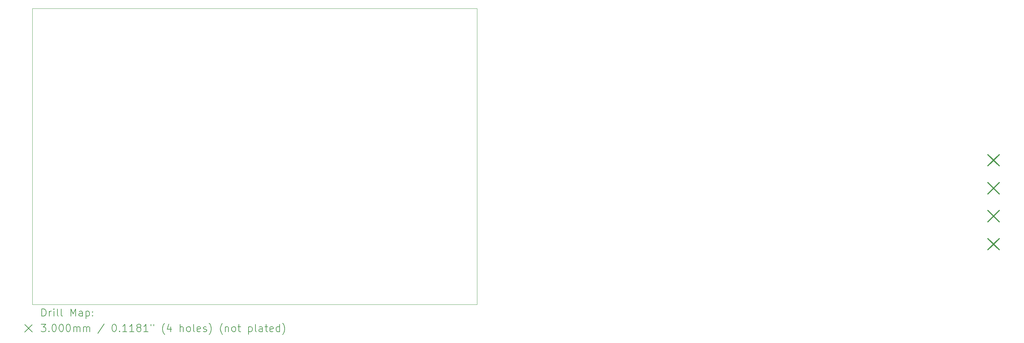
<source format=gbr>
%TF.GenerationSoftware,KiCad,Pcbnew,7.0.8*%
%TF.CreationDate,2024-05-21T03:17:24+02:00*%
%TF.ProjectId,IssaScope_v0.2,49737361-5363-46f7-9065-5f76302e322e,rev?*%
%TF.SameCoordinates,Original*%
%TF.FileFunction,Drillmap*%
%TF.FilePolarity,Positive*%
%FSLAX45Y45*%
G04 Gerber Fmt 4.5, Leading zero omitted, Abs format (unit mm)*
G04 Created by KiCad (PCBNEW 7.0.8) date 2024-05-21 03:17:24*
%MOMM*%
%LPD*%
G01*
G04 APERTURE LIST*
%ADD10C,0.100000*%
%ADD11C,0.200000*%
%ADD12C,0.300000*%
G04 APERTURE END LIST*
D10*
X19502500Y-5005000D02*
X19502500Y-13005000D01*
X19502500Y-13005000D02*
X7502500Y-13005000D01*
X7502500Y-13005000D02*
X7502500Y-5005000D01*
X7502500Y-5005000D02*
X19502500Y-5005000D01*
D11*
D12*
X33284500Y-8960000D02*
X33584500Y-9260000D01*
X33584500Y-8960000D02*
X33284500Y-9260000D01*
X33284500Y-9715000D02*
X33584500Y-10015000D01*
X33584500Y-9715000D02*
X33284500Y-10015000D01*
X33284500Y-10470000D02*
X33584500Y-10770000D01*
X33584500Y-10470000D02*
X33284500Y-10770000D01*
X33284500Y-11225000D02*
X33584500Y-11525000D01*
X33584500Y-11225000D02*
X33284500Y-11525000D01*
D11*
X7758277Y-13321484D02*
X7758277Y-13121484D01*
X7758277Y-13121484D02*
X7805896Y-13121484D01*
X7805896Y-13121484D02*
X7834467Y-13131008D01*
X7834467Y-13131008D02*
X7853515Y-13150055D01*
X7853515Y-13150055D02*
X7863039Y-13169103D01*
X7863039Y-13169103D02*
X7872562Y-13207198D01*
X7872562Y-13207198D02*
X7872562Y-13235769D01*
X7872562Y-13235769D02*
X7863039Y-13273865D01*
X7863039Y-13273865D02*
X7853515Y-13292912D01*
X7853515Y-13292912D02*
X7834467Y-13311960D01*
X7834467Y-13311960D02*
X7805896Y-13321484D01*
X7805896Y-13321484D02*
X7758277Y-13321484D01*
X7958277Y-13321484D02*
X7958277Y-13188150D01*
X7958277Y-13226246D02*
X7967801Y-13207198D01*
X7967801Y-13207198D02*
X7977324Y-13197674D01*
X7977324Y-13197674D02*
X7996372Y-13188150D01*
X7996372Y-13188150D02*
X8015420Y-13188150D01*
X8082086Y-13321484D02*
X8082086Y-13188150D01*
X8082086Y-13121484D02*
X8072562Y-13131008D01*
X8072562Y-13131008D02*
X8082086Y-13140531D01*
X8082086Y-13140531D02*
X8091610Y-13131008D01*
X8091610Y-13131008D02*
X8082086Y-13121484D01*
X8082086Y-13121484D02*
X8082086Y-13140531D01*
X8205896Y-13321484D02*
X8186848Y-13311960D01*
X8186848Y-13311960D02*
X8177324Y-13292912D01*
X8177324Y-13292912D02*
X8177324Y-13121484D01*
X8310658Y-13321484D02*
X8291610Y-13311960D01*
X8291610Y-13311960D02*
X8282086Y-13292912D01*
X8282086Y-13292912D02*
X8282086Y-13121484D01*
X8539229Y-13321484D02*
X8539229Y-13121484D01*
X8539229Y-13121484D02*
X8605896Y-13264341D01*
X8605896Y-13264341D02*
X8672563Y-13121484D01*
X8672563Y-13121484D02*
X8672563Y-13321484D01*
X8853515Y-13321484D02*
X8853515Y-13216722D01*
X8853515Y-13216722D02*
X8843991Y-13197674D01*
X8843991Y-13197674D02*
X8824944Y-13188150D01*
X8824944Y-13188150D02*
X8786848Y-13188150D01*
X8786848Y-13188150D02*
X8767801Y-13197674D01*
X8853515Y-13311960D02*
X8834467Y-13321484D01*
X8834467Y-13321484D02*
X8786848Y-13321484D01*
X8786848Y-13321484D02*
X8767801Y-13311960D01*
X8767801Y-13311960D02*
X8758277Y-13292912D01*
X8758277Y-13292912D02*
X8758277Y-13273865D01*
X8758277Y-13273865D02*
X8767801Y-13254817D01*
X8767801Y-13254817D02*
X8786848Y-13245293D01*
X8786848Y-13245293D02*
X8834467Y-13245293D01*
X8834467Y-13245293D02*
X8853515Y-13235769D01*
X8948753Y-13188150D02*
X8948753Y-13388150D01*
X8948753Y-13197674D02*
X8967801Y-13188150D01*
X8967801Y-13188150D02*
X9005896Y-13188150D01*
X9005896Y-13188150D02*
X9024944Y-13197674D01*
X9024944Y-13197674D02*
X9034467Y-13207198D01*
X9034467Y-13207198D02*
X9043991Y-13226246D01*
X9043991Y-13226246D02*
X9043991Y-13283388D01*
X9043991Y-13283388D02*
X9034467Y-13302436D01*
X9034467Y-13302436D02*
X9024944Y-13311960D01*
X9024944Y-13311960D02*
X9005896Y-13321484D01*
X9005896Y-13321484D02*
X8967801Y-13321484D01*
X8967801Y-13321484D02*
X8948753Y-13311960D01*
X9129705Y-13302436D02*
X9139229Y-13311960D01*
X9139229Y-13311960D02*
X9129705Y-13321484D01*
X9129705Y-13321484D02*
X9120182Y-13311960D01*
X9120182Y-13311960D02*
X9129705Y-13302436D01*
X9129705Y-13302436D02*
X9129705Y-13321484D01*
X9129705Y-13197674D02*
X9139229Y-13207198D01*
X9139229Y-13207198D02*
X9129705Y-13216722D01*
X9129705Y-13216722D02*
X9120182Y-13207198D01*
X9120182Y-13207198D02*
X9129705Y-13197674D01*
X9129705Y-13197674D02*
X9129705Y-13216722D01*
X7297500Y-13550000D02*
X7497500Y-13750000D01*
X7497500Y-13550000D02*
X7297500Y-13750000D01*
X7739229Y-13541484D02*
X7863039Y-13541484D01*
X7863039Y-13541484D02*
X7796372Y-13617674D01*
X7796372Y-13617674D02*
X7824943Y-13617674D01*
X7824943Y-13617674D02*
X7843991Y-13627198D01*
X7843991Y-13627198D02*
X7853515Y-13636722D01*
X7853515Y-13636722D02*
X7863039Y-13655769D01*
X7863039Y-13655769D02*
X7863039Y-13703388D01*
X7863039Y-13703388D02*
X7853515Y-13722436D01*
X7853515Y-13722436D02*
X7843991Y-13731960D01*
X7843991Y-13731960D02*
X7824943Y-13741484D01*
X7824943Y-13741484D02*
X7767801Y-13741484D01*
X7767801Y-13741484D02*
X7748753Y-13731960D01*
X7748753Y-13731960D02*
X7739229Y-13722436D01*
X7948753Y-13722436D02*
X7958277Y-13731960D01*
X7958277Y-13731960D02*
X7948753Y-13741484D01*
X7948753Y-13741484D02*
X7939229Y-13731960D01*
X7939229Y-13731960D02*
X7948753Y-13722436D01*
X7948753Y-13722436D02*
X7948753Y-13741484D01*
X8082086Y-13541484D02*
X8101134Y-13541484D01*
X8101134Y-13541484D02*
X8120182Y-13551008D01*
X8120182Y-13551008D02*
X8129705Y-13560531D01*
X8129705Y-13560531D02*
X8139229Y-13579579D01*
X8139229Y-13579579D02*
X8148753Y-13617674D01*
X8148753Y-13617674D02*
X8148753Y-13665293D01*
X8148753Y-13665293D02*
X8139229Y-13703388D01*
X8139229Y-13703388D02*
X8129705Y-13722436D01*
X8129705Y-13722436D02*
X8120182Y-13731960D01*
X8120182Y-13731960D02*
X8101134Y-13741484D01*
X8101134Y-13741484D02*
X8082086Y-13741484D01*
X8082086Y-13741484D02*
X8063039Y-13731960D01*
X8063039Y-13731960D02*
X8053515Y-13722436D01*
X8053515Y-13722436D02*
X8043991Y-13703388D01*
X8043991Y-13703388D02*
X8034467Y-13665293D01*
X8034467Y-13665293D02*
X8034467Y-13617674D01*
X8034467Y-13617674D02*
X8043991Y-13579579D01*
X8043991Y-13579579D02*
X8053515Y-13560531D01*
X8053515Y-13560531D02*
X8063039Y-13551008D01*
X8063039Y-13551008D02*
X8082086Y-13541484D01*
X8272562Y-13541484D02*
X8291610Y-13541484D01*
X8291610Y-13541484D02*
X8310658Y-13551008D01*
X8310658Y-13551008D02*
X8320182Y-13560531D01*
X8320182Y-13560531D02*
X8329705Y-13579579D01*
X8329705Y-13579579D02*
X8339229Y-13617674D01*
X8339229Y-13617674D02*
X8339229Y-13665293D01*
X8339229Y-13665293D02*
X8329705Y-13703388D01*
X8329705Y-13703388D02*
X8320182Y-13722436D01*
X8320182Y-13722436D02*
X8310658Y-13731960D01*
X8310658Y-13731960D02*
X8291610Y-13741484D01*
X8291610Y-13741484D02*
X8272562Y-13741484D01*
X8272562Y-13741484D02*
X8253515Y-13731960D01*
X8253515Y-13731960D02*
X8243991Y-13722436D01*
X8243991Y-13722436D02*
X8234467Y-13703388D01*
X8234467Y-13703388D02*
X8224943Y-13665293D01*
X8224943Y-13665293D02*
X8224943Y-13617674D01*
X8224943Y-13617674D02*
X8234467Y-13579579D01*
X8234467Y-13579579D02*
X8243991Y-13560531D01*
X8243991Y-13560531D02*
X8253515Y-13551008D01*
X8253515Y-13551008D02*
X8272562Y-13541484D01*
X8463039Y-13541484D02*
X8482086Y-13541484D01*
X8482086Y-13541484D02*
X8501134Y-13551008D01*
X8501134Y-13551008D02*
X8510658Y-13560531D01*
X8510658Y-13560531D02*
X8520182Y-13579579D01*
X8520182Y-13579579D02*
X8529705Y-13617674D01*
X8529705Y-13617674D02*
X8529705Y-13665293D01*
X8529705Y-13665293D02*
X8520182Y-13703388D01*
X8520182Y-13703388D02*
X8510658Y-13722436D01*
X8510658Y-13722436D02*
X8501134Y-13731960D01*
X8501134Y-13731960D02*
X8482086Y-13741484D01*
X8482086Y-13741484D02*
X8463039Y-13741484D01*
X8463039Y-13741484D02*
X8443991Y-13731960D01*
X8443991Y-13731960D02*
X8434467Y-13722436D01*
X8434467Y-13722436D02*
X8424944Y-13703388D01*
X8424944Y-13703388D02*
X8415420Y-13665293D01*
X8415420Y-13665293D02*
X8415420Y-13617674D01*
X8415420Y-13617674D02*
X8424944Y-13579579D01*
X8424944Y-13579579D02*
X8434467Y-13560531D01*
X8434467Y-13560531D02*
X8443991Y-13551008D01*
X8443991Y-13551008D02*
X8463039Y-13541484D01*
X8615420Y-13741484D02*
X8615420Y-13608150D01*
X8615420Y-13627198D02*
X8624944Y-13617674D01*
X8624944Y-13617674D02*
X8643991Y-13608150D01*
X8643991Y-13608150D02*
X8672563Y-13608150D01*
X8672563Y-13608150D02*
X8691610Y-13617674D01*
X8691610Y-13617674D02*
X8701134Y-13636722D01*
X8701134Y-13636722D02*
X8701134Y-13741484D01*
X8701134Y-13636722D02*
X8710658Y-13617674D01*
X8710658Y-13617674D02*
X8729705Y-13608150D01*
X8729705Y-13608150D02*
X8758277Y-13608150D01*
X8758277Y-13608150D02*
X8777325Y-13617674D01*
X8777325Y-13617674D02*
X8786848Y-13636722D01*
X8786848Y-13636722D02*
X8786848Y-13741484D01*
X8882086Y-13741484D02*
X8882086Y-13608150D01*
X8882086Y-13627198D02*
X8891610Y-13617674D01*
X8891610Y-13617674D02*
X8910658Y-13608150D01*
X8910658Y-13608150D02*
X8939229Y-13608150D01*
X8939229Y-13608150D02*
X8958277Y-13617674D01*
X8958277Y-13617674D02*
X8967801Y-13636722D01*
X8967801Y-13636722D02*
X8967801Y-13741484D01*
X8967801Y-13636722D02*
X8977325Y-13617674D01*
X8977325Y-13617674D02*
X8996372Y-13608150D01*
X8996372Y-13608150D02*
X9024944Y-13608150D01*
X9024944Y-13608150D02*
X9043991Y-13617674D01*
X9043991Y-13617674D02*
X9053515Y-13636722D01*
X9053515Y-13636722D02*
X9053515Y-13741484D01*
X9443991Y-13531960D02*
X9272563Y-13789103D01*
X9701134Y-13541484D02*
X9720182Y-13541484D01*
X9720182Y-13541484D02*
X9739229Y-13551008D01*
X9739229Y-13551008D02*
X9748753Y-13560531D01*
X9748753Y-13560531D02*
X9758277Y-13579579D01*
X9758277Y-13579579D02*
X9767801Y-13617674D01*
X9767801Y-13617674D02*
X9767801Y-13665293D01*
X9767801Y-13665293D02*
X9758277Y-13703388D01*
X9758277Y-13703388D02*
X9748753Y-13722436D01*
X9748753Y-13722436D02*
X9739229Y-13731960D01*
X9739229Y-13731960D02*
X9720182Y-13741484D01*
X9720182Y-13741484D02*
X9701134Y-13741484D01*
X9701134Y-13741484D02*
X9682087Y-13731960D01*
X9682087Y-13731960D02*
X9672563Y-13722436D01*
X9672563Y-13722436D02*
X9663039Y-13703388D01*
X9663039Y-13703388D02*
X9653515Y-13665293D01*
X9653515Y-13665293D02*
X9653515Y-13617674D01*
X9653515Y-13617674D02*
X9663039Y-13579579D01*
X9663039Y-13579579D02*
X9672563Y-13560531D01*
X9672563Y-13560531D02*
X9682087Y-13551008D01*
X9682087Y-13551008D02*
X9701134Y-13541484D01*
X9853515Y-13722436D02*
X9863039Y-13731960D01*
X9863039Y-13731960D02*
X9853515Y-13741484D01*
X9853515Y-13741484D02*
X9843991Y-13731960D01*
X9843991Y-13731960D02*
X9853515Y-13722436D01*
X9853515Y-13722436D02*
X9853515Y-13741484D01*
X10053515Y-13741484D02*
X9939229Y-13741484D01*
X9996372Y-13741484D02*
X9996372Y-13541484D01*
X9996372Y-13541484D02*
X9977325Y-13570055D01*
X9977325Y-13570055D02*
X9958277Y-13589103D01*
X9958277Y-13589103D02*
X9939229Y-13598627D01*
X10243991Y-13741484D02*
X10129706Y-13741484D01*
X10186848Y-13741484D02*
X10186848Y-13541484D01*
X10186848Y-13541484D02*
X10167801Y-13570055D01*
X10167801Y-13570055D02*
X10148753Y-13589103D01*
X10148753Y-13589103D02*
X10129706Y-13598627D01*
X10358277Y-13627198D02*
X10339229Y-13617674D01*
X10339229Y-13617674D02*
X10329706Y-13608150D01*
X10329706Y-13608150D02*
X10320182Y-13589103D01*
X10320182Y-13589103D02*
X10320182Y-13579579D01*
X10320182Y-13579579D02*
X10329706Y-13560531D01*
X10329706Y-13560531D02*
X10339229Y-13551008D01*
X10339229Y-13551008D02*
X10358277Y-13541484D01*
X10358277Y-13541484D02*
X10396372Y-13541484D01*
X10396372Y-13541484D02*
X10415420Y-13551008D01*
X10415420Y-13551008D02*
X10424944Y-13560531D01*
X10424944Y-13560531D02*
X10434468Y-13579579D01*
X10434468Y-13579579D02*
X10434468Y-13589103D01*
X10434468Y-13589103D02*
X10424944Y-13608150D01*
X10424944Y-13608150D02*
X10415420Y-13617674D01*
X10415420Y-13617674D02*
X10396372Y-13627198D01*
X10396372Y-13627198D02*
X10358277Y-13627198D01*
X10358277Y-13627198D02*
X10339229Y-13636722D01*
X10339229Y-13636722D02*
X10329706Y-13646246D01*
X10329706Y-13646246D02*
X10320182Y-13665293D01*
X10320182Y-13665293D02*
X10320182Y-13703388D01*
X10320182Y-13703388D02*
X10329706Y-13722436D01*
X10329706Y-13722436D02*
X10339229Y-13731960D01*
X10339229Y-13731960D02*
X10358277Y-13741484D01*
X10358277Y-13741484D02*
X10396372Y-13741484D01*
X10396372Y-13741484D02*
X10415420Y-13731960D01*
X10415420Y-13731960D02*
X10424944Y-13722436D01*
X10424944Y-13722436D02*
X10434468Y-13703388D01*
X10434468Y-13703388D02*
X10434468Y-13665293D01*
X10434468Y-13665293D02*
X10424944Y-13646246D01*
X10424944Y-13646246D02*
X10415420Y-13636722D01*
X10415420Y-13636722D02*
X10396372Y-13627198D01*
X10624944Y-13741484D02*
X10510658Y-13741484D01*
X10567801Y-13741484D02*
X10567801Y-13541484D01*
X10567801Y-13541484D02*
X10548753Y-13570055D01*
X10548753Y-13570055D02*
X10529706Y-13589103D01*
X10529706Y-13589103D02*
X10510658Y-13598627D01*
X10701134Y-13541484D02*
X10701134Y-13579579D01*
X10777325Y-13541484D02*
X10777325Y-13579579D01*
X11072563Y-13817674D02*
X11063039Y-13808150D01*
X11063039Y-13808150D02*
X11043991Y-13779579D01*
X11043991Y-13779579D02*
X11034468Y-13760531D01*
X11034468Y-13760531D02*
X11024944Y-13731960D01*
X11024944Y-13731960D02*
X11015420Y-13684341D01*
X11015420Y-13684341D02*
X11015420Y-13646246D01*
X11015420Y-13646246D02*
X11024944Y-13598627D01*
X11024944Y-13598627D02*
X11034468Y-13570055D01*
X11034468Y-13570055D02*
X11043991Y-13551008D01*
X11043991Y-13551008D02*
X11063039Y-13522436D01*
X11063039Y-13522436D02*
X11072563Y-13512912D01*
X11234468Y-13608150D02*
X11234468Y-13741484D01*
X11186848Y-13531960D02*
X11139230Y-13674817D01*
X11139230Y-13674817D02*
X11263039Y-13674817D01*
X11491610Y-13741484D02*
X11491610Y-13541484D01*
X11577325Y-13741484D02*
X11577325Y-13636722D01*
X11577325Y-13636722D02*
X11567801Y-13617674D01*
X11567801Y-13617674D02*
X11548753Y-13608150D01*
X11548753Y-13608150D02*
X11520182Y-13608150D01*
X11520182Y-13608150D02*
X11501134Y-13617674D01*
X11501134Y-13617674D02*
X11491610Y-13627198D01*
X11701134Y-13741484D02*
X11682087Y-13731960D01*
X11682087Y-13731960D02*
X11672563Y-13722436D01*
X11672563Y-13722436D02*
X11663039Y-13703388D01*
X11663039Y-13703388D02*
X11663039Y-13646246D01*
X11663039Y-13646246D02*
X11672563Y-13627198D01*
X11672563Y-13627198D02*
X11682087Y-13617674D01*
X11682087Y-13617674D02*
X11701134Y-13608150D01*
X11701134Y-13608150D02*
X11729706Y-13608150D01*
X11729706Y-13608150D02*
X11748753Y-13617674D01*
X11748753Y-13617674D02*
X11758277Y-13627198D01*
X11758277Y-13627198D02*
X11767801Y-13646246D01*
X11767801Y-13646246D02*
X11767801Y-13703388D01*
X11767801Y-13703388D02*
X11758277Y-13722436D01*
X11758277Y-13722436D02*
X11748753Y-13731960D01*
X11748753Y-13731960D02*
X11729706Y-13741484D01*
X11729706Y-13741484D02*
X11701134Y-13741484D01*
X11882087Y-13741484D02*
X11863039Y-13731960D01*
X11863039Y-13731960D02*
X11853515Y-13712912D01*
X11853515Y-13712912D02*
X11853515Y-13541484D01*
X12034468Y-13731960D02*
X12015420Y-13741484D01*
X12015420Y-13741484D02*
X11977325Y-13741484D01*
X11977325Y-13741484D02*
X11958277Y-13731960D01*
X11958277Y-13731960D02*
X11948753Y-13712912D01*
X11948753Y-13712912D02*
X11948753Y-13636722D01*
X11948753Y-13636722D02*
X11958277Y-13617674D01*
X11958277Y-13617674D02*
X11977325Y-13608150D01*
X11977325Y-13608150D02*
X12015420Y-13608150D01*
X12015420Y-13608150D02*
X12034468Y-13617674D01*
X12034468Y-13617674D02*
X12043991Y-13636722D01*
X12043991Y-13636722D02*
X12043991Y-13655769D01*
X12043991Y-13655769D02*
X11948753Y-13674817D01*
X12120182Y-13731960D02*
X12139230Y-13741484D01*
X12139230Y-13741484D02*
X12177325Y-13741484D01*
X12177325Y-13741484D02*
X12196372Y-13731960D01*
X12196372Y-13731960D02*
X12205896Y-13712912D01*
X12205896Y-13712912D02*
X12205896Y-13703388D01*
X12205896Y-13703388D02*
X12196372Y-13684341D01*
X12196372Y-13684341D02*
X12177325Y-13674817D01*
X12177325Y-13674817D02*
X12148753Y-13674817D01*
X12148753Y-13674817D02*
X12129706Y-13665293D01*
X12129706Y-13665293D02*
X12120182Y-13646246D01*
X12120182Y-13646246D02*
X12120182Y-13636722D01*
X12120182Y-13636722D02*
X12129706Y-13617674D01*
X12129706Y-13617674D02*
X12148753Y-13608150D01*
X12148753Y-13608150D02*
X12177325Y-13608150D01*
X12177325Y-13608150D02*
X12196372Y-13617674D01*
X12272563Y-13817674D02*
X12282087Y-13808150D01*
X12282087Y-13808150D02*
X12301134Y-13779579D01*
X12301134Y-13779579D02*
X12310658Y-13760531D01*
X12310658Y-13760531D02*
X12320182Y-13731960D01*
X12320182Y-13731960D02*
X12329706Y-13684341D01*
X12329706Y-13684341D02*
X12329706Y-13646246D01*
X12329706Y-13646246D02*
X12320182Y-13598627D01*
X12320182Y-13598627D02*
X12310658Y-13570055D01*
X12310658Y-13570055D02*
X12301134Y-13551008D01*
X12301134Y-13551008D02*
X12282087Y-13522436D01*
X12282087Y-13522436D02*
X12272563Y-13512912D01*
X12634468Y-13817674D02*
X12624944Y-13808150D01*
X12624944Y-13808150D02*
X12605896Y-13779579D01*
X12605896Y-13779579D02*
X12596372Y-13760531D01*
X12596372Y-13760531D02*
X12586849Y-13731960D01*
X12586849Y-13731960D02*
X12577325Y-13684341D01*
X12577325Y-13684341D02*
X12577325Y-13646246D01*
X12577325Y-13646246D02*
X12586849Y-13598627D01*
X12586849Y-13598627D02*
X12596372Y-13570055D01*
X12596372Y-13570055D02*
X12605896Y-13551008D01*
X12605896Y-13551008D02*
X12624944Y-13522436D01*
X12624944Y-13522436D02*
X12634468Y-13512912D01*
X12710658Y-13608150D02*
X12710658Y-13741484D01*
X12710658Y-13627198D02*
X12720182Y-13617674D01*
X12720182Y-13617674D02*
X12739230Y-13608150D01*
X12739230Y-13608150D02*
X12767801Y-13608150D01*
X12767801Y-13608150D02*
X12786849Y-13617674D01*
X12786849Y-13617674D02*
X12796372Y-13636722D01*
X12796372Y-13636722D02*
X12796372Y-13741484D01*
X12920182Y-13741484D02*
X12901134Y-13731960D01*
X12901134Y-13731960D02*
X12891611Y-13722436D01*
X12891611Y-13722436D02*
X12882087Y-13703388D01*
X12882087Y-13703388D02*
X12882087Y-13646246D01*
X12882087Y-13646246D02*
X12891611Y-13627198D01*
X12891611Y-13627198D02*
X12901134Y-13617674D01*
X12901134Y-13617674D02*
X12920182Y-13608150D01*
X12920182Y-13608150D02*
X12948753Y-13608150D01*
X12948753Y-13608150D02*
X12967801Y-13617674D01*
X12967801Y-13617674D02*
X12977325Y-13627198D01*
X12977325Y-13627198D02*
X12986849Y-13646246D01*
X12986849Y-13646246D02*
X12986849Y-13703388D01*
X12986849Y-13703388D02*
X12977325Y-13722436D01*
X12977325Y-13722436D02*
X12967801Y-13731960D01*
X12967801Y-13731960D02*
X12948753Y-13741484D01*
X12948753Y-13741484D02*
X12920182Y-13741484D01*
X13043992Y-13608150D02*
X13120182Y-13608150D01*
X13072563Y-13541484D02*
X13072563Y-13712912D01*
X13072563Y-13712912D02*
X13082087Y-13731960D01*
X13082087Y-13731960D02*
X13101134Y-13741484D01*
X13101134Y-13741484D02*
X13120182Y-13741484D01*
X13339230Y-13608150D02*
X13339230Y-13808150D01*
X13339230Y-13617674D02*
X13358277Y-13608150D01*
X13358277Y-13608150D02*
X13396373Y-13608150D01*
X13396373Y-13608150D02*
X13415420Y-13617674D01*
X13415420Y-13617674D02*
X13424944Y-13627198D01*
X13424944Y-13627198D02*
X13434468Y-13646246D01*
X13434468Y-13646246D02*
X13434468Y-13703388D01*
X13434468Y-13703388D02*
X13424944Y-13722436D01*
X13424944Y-13722436D02*
X13415420Y-13731960D01*
X13415420Y-13731960D02*
X13396373Y-13741484D01*
X13396373Y-13741484D02*
X13358277Y-13741484D01*
X13358277Y-13741484D02*
X13339230Y-13731960D01*
X13548753Y-13741484D02*
X13529706Y-13731960D01*
X13529706Y-13731960D02*
X13520182Y-13712912D01*
X13520182Y-13712912D02*
X13520182Y-13541484D01*
X13710658Y-13741484D02*
X13710658Y-13636722D01*
X13710658Y-13636722D02*
X13701134Y-13617674D01*
X13701134Y-13617674D02*
X13682087Y-13608150D01*
X13682087Y-13608150D02*
X13643992Y-13608150D01*
X13643992Y-13608150D02*
X13624944Y-13617674D01*
X13710658Y-13731960D02*
X13691611Y-13741484D01*
X13691611Y-13741484D02*
X13643992Y-13741484D01*
X13643992Y-13741484D02*
X13624944Y-13731960D01*
X13624944Y-13731960D02*
X13615420Y-13712912D01*
X13615420Y-13712912D02*
X13615420Y-13693865D01*
X13615420Y-13693865D02*
X13624944Y-13674817D01*
X13624944Y-13674817D02*
X13643992Y-13665293D01*
X13643992Y-13665293D02*
X13691611Y-13665293D01*
X13691611Y-13665293D02*
X13710658Y-13655769D01*
X13777325Y-13608150D02*
X13853515Y-13608150D01*
X13805896Y-13541484D02*
X13805896Y-13712912D01*
X13805896Y-13712912D02*
X13815420Y-13731960D01*
X13815420Y-13731960D02*
X13834468Y-13741484D01*
X13834468Y-13741484D02*
X13853515Y-13741484D01*
X13996373Y-13731960D02*
X13977325Y-13741484D01*
X13977325Y-13741484D02*
X13939230Y-13741484D01*
X13939230Y-13741484D02*
X13920182Y-13731960D01*
X13920182Y-13731960D02*
X13910658Y-13712912D01*
X13910658Y-13712912D02*
X13910658Y-13636722D01*
X13910658Y-13636722D02*
X13920182Y-13617674D01*
X13920182Y-13617674D02*
X13939230Y-13608150D01*
X13939230Y-13608150D02*
X13977325Y-13608150D01*
X13977325Y-13608150D02*
X13996373Y-13617674D01*
X13996373Y-13617674D02*
X14005896Y-13636722D01*
X14005896Y-13636722D02*
X14005896Y-13655769D01*
X14005896Y-13655769D02*
X13910658Y-13674817D01*
X14177325Y-13741484D02*
X14177325Y-13541484D01*
X14177325Y-13731960D02*
X14158277Y-13741484D01*
X14158277Y-13741484D02*
X14120182Y-13741484D01*
X14120182Y-13741484D02*
X14101134Y-13731960D01*
X14101134Y-13731960D02*
X14091611Y-13722436D01*
X14091611Y-13722436D02*
X14082087Y-13703388D01*
X14082087Y-13703388D02*
X14082087Y-13646246D01*
X14082087Y-13646246D02*
X14091611Y-13627198D01*
X14091611Y-13627198D02*
X14101134Y-13617674D01*
X14101134Y-13617674D02*
X14120182Y-13608150D01*
X14120182Y-13608150D02*
X14158277Y-13608150D01*
X14158277Y-13608150D02*
X14177325Y-13617674D01*
X14253515Y-13817674D02*
X14263039Y-13808150D01*
X14263039Y-13808150D02*
X14282087Y-13779579D01*
X14282087Y-13779579D02*
X14291611Y-13760531D01*
X14291611Y-13760531D02*
X14301134Y-13731960D01*
X14301134Y-13731960D02*
X14310658Y-13684341D01*
X14310658Y-13684341D02*
X14310658Y-13646246D01*
X14310658Y-13646246D02*
X14301134Y-13598627D01*
X14301134Y-13598627D02*
X14291611Y-13570055D01*
X14291611Y-13570055D02*
X14282087Y-13551008D01*
X14282087Y-13551008D02*
X14263039Y-13522436D01*
X14263039Y-13522436D02*
X14253515Y-13512912D01*
M02*

</source>
